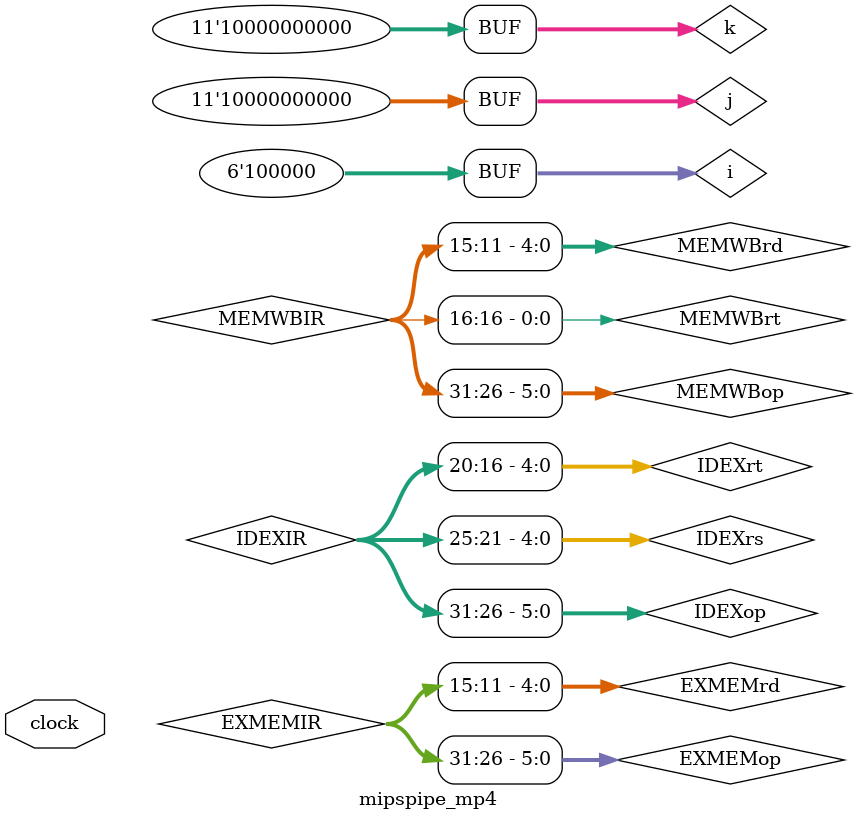
<source format=v>
module mipspipe_mp4 (clock);
  
// in_out
  input clock;

  // Instruction opcodes
  parameter LW = 6'b100011, SW = 6'b101011, BEQ = 6'b000100, nop = 32'b00000_100000, ALUop = 6'b0;
  reg [31:0] PC, Regs[0:31], IMemory[0:1023], DMemory[0:1023], // instruction and data memories
             IFIDIR, IDEXA, IDEXB, IDEXIR, EXMEMIR, EXMEMB, // pipeline latches
             EXMEMALUOut, MEMWBValue, MEMWBIR;

  wire [4:0] IDEXrs, IDEXrt, EXMEMrd, MEMWBrd; //hold register fields
  wire [5:0] EXMEMop, MEMWBop, IDEXop; //Hold opcodes
  wire [31:0] Ain, Bin;
  // declare the bypass signals
  wire takebranch, stall, bypassAfromMEM,     bypassAfromALUinWB,bypassBfromMEM, bypassBfromALUinWB,
  bypassAfromLWinWB, bypassBfromLWinWB;
  
  assign IDEXrs = IDEXIR[25:21]; // rs field
  assign IDEXrt = IDEXIR[20:16]; // rt field
  assign EXMEMrd = EXMEMIR[15:11]; // rd field
  assign MEMWBrd = MEMWBIR[15:11]; // rd field
  assign MEMWBrt = MEMWBIR[20:16]; // rt field -- for loads
  assign EXMEMop = EXMEMIR[31:26]; // opcode
  assign MEMWBop = MEMWBIR[31:26]; // opcode
  assign IDEXop = IDEXIR[31:26]; // opcode
 /*
 assign IDEXrs = IDEXIR[25:21];
 assign IDEXrt = IDEXIR[15:11]; 
 assign EXMEMrd = EXMEMIR[15:11];
 assign MEMWBrd = MEMWBIR[20:16]; 
 assign EXMEMop = EXMEMIR[31:26];
 assign MEMWBop = MEMWBIR[31:26]; 
 assign IDEXop = IDEXIR[31:26];
 */
  
 // The bypass to input A from the MEM stage for an ALU operation
 assign bypassAfromMEM = (IDEXrs == EXMEMrd) & (IDEXrs!=0) & (EXMEMop==ALUop); // yes, bypass
 // The bypass to input B from the MEM stage for an ALU operation
 assign bypassBfromMEM = (IDEXrt == EXMEMrd)&(IDEXrt!=0) & (EXMEMop==ALUop); // yes, bypass
 // The bypass to input A from the WB stage for an ALU operation
 assign bypassAfromALUinWB =( IDEXrs == MEMWBrd) & (IDEXrs!=0) & (MEMWBop==ALUop);
 // The bypass to input B from the WB stage for an ALU operation
 assign bypassBfromALUinWB = (IDEXrt == MEMWBrd) & (IDEXrt!=0) & (MEMWBop==ALUop); 
 // The bypass to input A from the WB stage for an LW operation
 assign bypassAfromLWinWB =( IDEXrs == MEMWBIR[20:16]) & (IDEXrs!=0) & (MEMWBop==LW);
 // The bypass to input B from the WB stage for an LW operation
 assign bypassBfromLWinWB = (IDEXrt == MEMWBIR[20:16]) & (IDEXrt!=0) & (MEMWBop==LW);
 // The A input to the ALU is bypassed from MEM if there is a bypass there,
 // Otherwise from WB if there is a bypass there, and otherwise comes from the IDEX register
 assign Ain = bypassAfromMEM? EXMEMALUOut :
 (bypassAfromALUinWB | bypassAfromLWinWB)? MEMWBValue : IDEXA;
 // The B input to the ALU is bypassed from MEM if there is a bypass there,
 // Otherwise from WB if there is a bypass there, and otherwise comes from the IDEX register
 assign Bin = bypassBfromMEM? EXMEMALUOut :
 (bypassBfromALUinWB | bypassBfromLWinWB)? MEMWBValue: IDEXB;
 // The signal for detecting a stall based on the use of a result from LW
 //assign stall = 0;
  assign stall = (MEMWBIR[31:26]==LW) && // source instruction is a load
 ((((IDEXop==LW)|(IDEXop==SW)) && (IDEXrs==MEMWBrd)) | // stall for address calc
((IDEXop==ALUop) && ((IDEXrs==MEMWBrd)|(IDEXrt==MEMWBrd)))); // ALU use
// Signal for a taken branch: instruction is BEQ and registers are equal
 assign takebranch = (IFIDIR[31:26]==BEQ) && (Regs[IFIDIR[25:21]]== Regs[IFIDIR[20:16]]);
  
 reg [5:0] i; //used to initialize registers
 reg [10:0] j,k; // used to initialize memories
 
 initial begin
 PC = 0;
 IFIDIR = nop; 
 IDEXIR = nop;
 EXMEMIR = nop;
 MEMWBIR = nop; // put no-ops in pipeline registers
  for (i = 0;i<=31;i = i+1) Regs[i] = i; //initialize registers--just so they aren’t don’t cares
    IMemory[0] = 32'h8ca30002;
    IMemory[1] = 32'h8c620007;
    IMemory[2] = 32'h10200003;    
    IMemory[3] = 32'h8c0b0010;
    IMemory[4] = 32'had6f0009;
    IMemory[5] = 32'h10210001;
    IMemory[6] = 32'h8ca30002;  
    IMemory[7] = 32'h8c0b0010;
    IMemory[8] = 32'h002b6020;
  for (j=9; j<=1023; j=j+1) IMemory[j] = nop; // initialize instruction memories
    
    DMemory[0] = 32'h00000000;
    DMemory[1] = 32'h0000000d;
    DMemory[2] = 32'h00000000;
    DMemory[3] = 32'h00000000;
    DMemory[4] = 32'h00000003;
    DMemory[5] = 32'hffffffff;
  for (k=6; k<=1023; k=k+1) DMemory[k] = 0; //
 end
 
 always @ (posedge clock) 
 begin
 if (~stall) begin // the first three pipeline stages stall if there is a load hazard
 if (~takebranch) begin // first instruction in the pipeline is being fetched normally
 IFIDIR <= IMemory[PC>>2];
 PC <= PC + 4;
 end else begin // a taken branch is in ID; instruction in IF is wrong; insert a no-op and reset the PC
 IFIDIR <= nop;
 PC <= PC + ({{16{IFIDIR[15]}}, IFIDIR[15:0]}<<2);
 end


 /*  
   
 // second instruction is in register fetch
 IDEXA <= Regs[IFIDIR[25:21]]; 
 IDEXB <= Regs[IFIDIR[20:16]]; // get two registers
 // third instruction is doing address calculation or ALU operation
 IDEXIR <= IFIDIR; //pass along IR

 if ((IDEXop==LW) |(IDEXop==SW)) // address calculation & copy B
 EXMEMALUOut <= IDEXA +{{16{IDEXIR[15]}}, IDEXIR[15:0]};
 else if (IDEXop==ALUop) case (IDEXIR[5:0]) //case for the various R-type instructions
 32: EXMEMALUOut <= Ain + Bin; //add operation
 default: ; //other R-type operations: subtract, SLT, etc.
 endcase
 EXMEMIR <= IDEXIR; EXMEMB <= IDEXB; //pass along the IR & B register
 end
 else EXMEMIR <= nop; //Freeze first three stages of pipeline; inject a nop into the EX output

//*/
  //*
      // DECODE: Read registers
      if (~takebranch)
      begin 
        IDEXA <= Regs[IFIDIR[25:21]];
        IDEXB <= Regs[IFIDIR[20:16]];
        IDEXIR <= IFIDIR;
      end
      else
      begin // a taken branch is in EX; instruction in ID is wrong; insert a nop
        IDEXIR <= nop;
      end
    end  // end of if(~stall) block
    else IDEXIR <= nop; // Freeze first two stages of pipeline if stalled for load hazard

    // EX: Address calculation or ALU operation
    if ((IDEXop==LW) |(IDEXop==SW)) // address calculation & copy B
      EXMEMALUOut <= Ain +{{16{IDEXIR[15]}}, IDEXIR[15:0]};
    else if (IDEXop==ALUop)
    begin
      case (IDEXIR[5:0]) // R-type instruction
        32: EXMEMALUOut <= Ain + Bin; // add operation
        default: ; // other R-type operations: subtract, SLT, etc.
      endcase
    end
   
    EXMEMIR <= IDEXIR;
    EXMEMB <= Bin; // pass along the IR & B register
//*/


 //Mem stage of pipeline
 if (EXMEMop==ALUop) MEMWBValue <= EXMEMALUOut; //pass along ALU result
 else if (EXMEMop == LW) MEMWBValue <= DMemory[EXMEMALUOut>>2];
 else if (EXMEMop == SW) DMemory[EXMEMALUOut>>2] <=EXMEMB; //store
 // the WB stage
 MEMWBIR <= EXMEMIR; //pass along IR
 if ((MEMWBop==ALUop) & (MEMWBrd != 0)) Regs[MEMWBrd] <= MEMWBValue; // ALU operation
 else if ((EXMEMop == LW)& (MEMWBIR[20:16] != 0)) Regs[MEMWBIR[20:16]] <= MEMWBValue;
 end
endmodule

</source>
